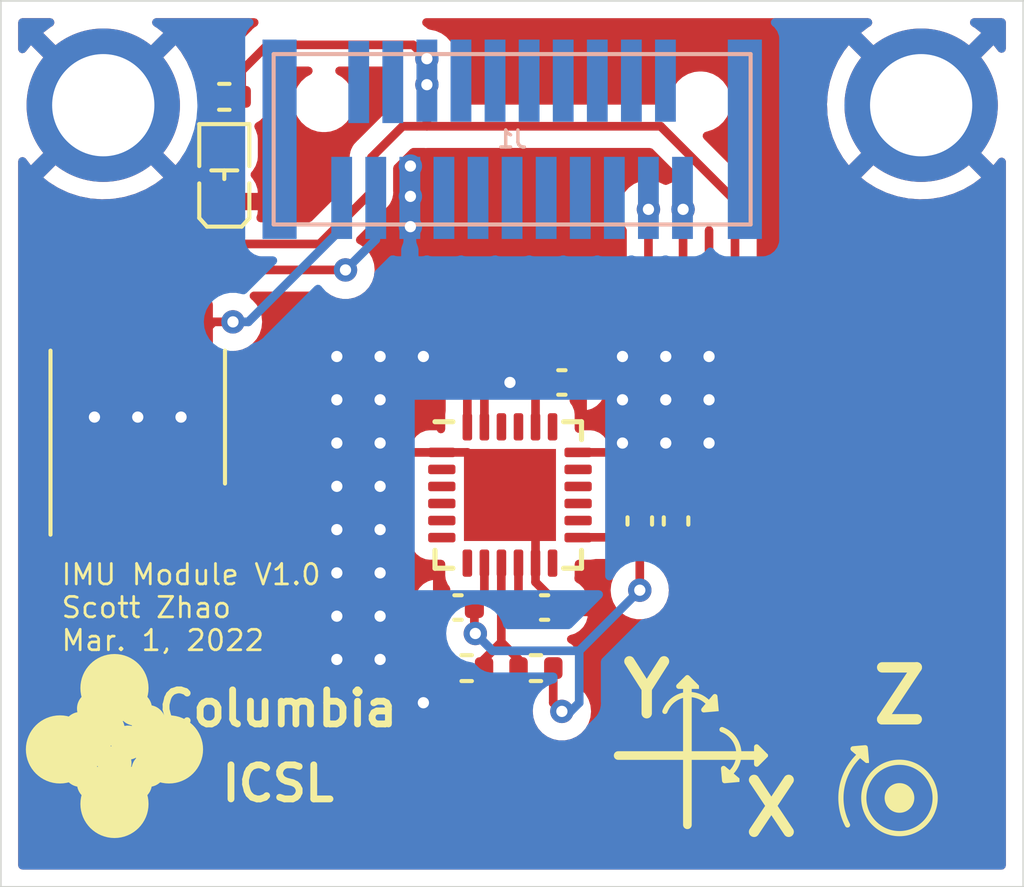
<source format=kicad_pcb>
(kicad_pcb (version 20211014) (generator pcbnew)
  (layers (0 "F.Cu" signal "Front") (1 "In1.Cu" signal) (2 "In2.Cu" signal) (31 "B.Cu" signal "Back") (34 "B.Paste" user) (35 "F.Paste" user) (36 "B.SilkS" user "B.Silkscreen") (37 "F.SilkS" user "F.Silkscreen") (38 "B.Mask" user) (39 "F.Mask" user) (44 "Edge.Cuts" user))
  (net 0 "")
  (net 1 "GND")
  (net 2 "Net-(D1-Pad2)")
  (net 3 "/3V3")
  (net 4 "/SDA_EEPROM")
  (net 5 "/~{RST}")
  (net 6 "/MISO")
  (net 7 "/MOSI")
  (net 8 "/SDA")
  (net 9 "/SCL")
  (net 10 "/SCL_EEPROM")
  (net 11 "/5V")
  (net 13 "/TXD")
  (net 14 "/Status")
  (net 15 "/A0")
  (net 17 "/RXD")
  (net 18 "Net-(C4-Pad1)")
  (net 20 "Net-(C5-Pad1)")
  (net 24 "/A1")
  (net 27 "Net-(R1-Pad2)")
  (net 28 "/SCK")
  (net 29 "/CS")
  (footprint "ICSL:M1502-B-2545-AL-TOP" (layer "F.Cu") (at 98.048 66.986)
    (fp_text reference "H1" hide)
    (fp_text value "GND" hide)
    (pad "1" thru_hole circle locked (at -3.048 -2.986) (size 4.5 4.5) (drill 3) (layers *.Cu *.Mask) (net 1 "GND"))
  )
  (footprint "ICSL:M1502-B-2545-AL-TOP" (layer "F.Cu") (at 119 64)
    (fp_text reference "H2" hide)
    (fp_text value "GND" hide)
    (pad "1" thru_hole circle locked (at 0 0) (size 4.5 4.5) (drill 3) (layers *.Cu *.Mask) (net 1 "GND"))
  )
  (footprint "Capacitor_SMD:C_0402_1005Metric" (layer "F.Cu") (at 108.458 72.136)
    (fp_text reference "C5" hide)
    (fp_text value "C_0402_2.2nF_50V")
    (fp_line (start -0.107836 0.36) (end 0.107836 0.36) (layer "F.SilkS") (width 0.12))
    (fp_line (start -0.107836 -0.36) (end 0.107836 -0.36) (layer "F.SilkS") (width 0.12))
    (pad "1" smd roundrect locked (at -0.48 0) (size 0.56 0.62) (layers "F.Cu" "F.Paste" "F.Mask") (net 20 "Net-(C5-Pad1)"))
    (pad "2" smd roundrect locked (at 0.48 0) (size 0.56 0.62) (layers "F.Cu" "F.Paste" "F.Mask") (net 1 "GND"))
  )
  (footprint "Capacitor_SMD:C_0402_1005Metric" (layer "F.Cu") (at 105.41 78.74 180)
    (fp_text reference "C1" hide)
    (fp_text value "C_0402_10nF_50V")
    (fp_line (start -0.107836 0.36) (end 0.107836 0.36) (layer "F.SilkS") (width 0.12))
    (fp_line (start -0.107836 -0.36) (end 0.107836 -0.36) (layer "F.SilkS") (width 0.12))
    (pad "1" smd roundrect locked (at -0.48 0 180) (size 0.56 0.62) (layers "F.Cu" "F.Paste" "F.Mask") (net 3 "/3V3"))
    (pad "2" smd roundrect locked (at 0.48 0 180) (size 0.56 0.62) (layers "F.Cu" "F.Paste" "F.Mask") (net 1 "GND"))
  )
  (footprint "Resistor_SMD:R_0402_1005Metric" (layer "F.Cu") (at 98.552 63.754 180)
    (fp_text reference "R3" hide)
    (fp_text value "R_0402_10K")
    (fp_line (start -0.153641 -0.38) (end 0.153641 -0.38) (layer "F.SilkS") (width 0.12))
    (fp_line (start -0.153641 0.38) (end 0.153641 0.38) (layer "F.SilkS") (width 0.12))
    (pad "1" smd roundrect locked (at -0.51 0 180) (size 0.54 0.64) (layers "F.Cu" "F.Paste" "F.Mask") (net 3 "/3V3"))
    (pad "2" smd roundrect locked (at 0.51 0 180) (size 0.54 0.64) (layers "F.Cu" "F.Paste" "F.Mask") (net 2 "Net-(D1-Pad2)"))
  )
  (footprint "Capacitor_SMD:C_0402_1005Metric" (layer "F.Cu") (at 111.808 76.2 90)
    (fp_text reference "C2" hide)
    (fp_text value "C_0402_1uF_25V")
    (fp_line (start -0.107836 -0.36) (end 0.107836 -0.36) (layer "F.SilkS") (width 0.12))
    (fp_line (start -0.107836 0.36) (end 0.107836 0.36) (layer "F.SilkS") (width 0.12))
    (pad "1" smd roundrect locked (at -0.48 0 90) (size 0.56 0.62) (layers "F.Cu" "F.Paste" "F.Mask") (net 3 "/3V3"))
    (pad "2" smd roundrect locked (at 0.48 0 90) (size 0.56 0.62) (layers "F.Cu" "F.Paste" "F.Mask") (net 1 "GND"))
  )
  (footprint "jlcsmt:InvenSense_QFN-24_4x4mm_P0.5mm" (layer "F.Cu") (at 106.934 75.438 -90)
    (fp_text reference "U1" hide)
    (fp_text value "IMU_MPU-6050" hide)
    (fp_line (start -2.15 -2.1) (end -1.625 -2.1) (layer "F.SilkS") (width 0.15))
    (fp_line (start 2.15 2.2) (end 2.15 1.675) (layer "F.SilkS") (width 0.15))
    (fp_line (start 2.15 -2.1) (end 1.625 -2.1) (layer "F.SilkS") (width 0.15))
    (fp_line (start -2.15 -2.1) (end -2.15 -1.575) (layer "F.SilkS") (width 0.15))
    (fp_line (start 2.15 2.2) (end 1.625 2.2) (layer "F.SilkS") (width 0.15))
    (fp_line (start 2.15 -2.1) (end 2.15 -1.575) (layer "F.SilkS") (width 0.15))
    (fp_line (start -2.15 2.2) (end -2.15 1.675) (layer "F.SilkS") (width 0.15))
    (pad "1" smd roundrect (at -1.25 2 270) (size 0.28 0.8) (layers "F.Cu" "F.Paste" "F.Mask") (net 1 "GND"))
    (pad "2" smd roundrect (at -0.75 2 270) (size 0.28 0.8) (layers "F.Cu" "F.Paste" "F.Mask"))
    (pad "3" smd roundrect (at -0.25 2 270) (size 0.28 0.8) (layers "F.Cu" "F.Paste" "F.Mask"))
    (pad "4" smd roundrect (at 0.25 2 270) (size 0.28 0.8) (layers "F.Cu" "F.Paste" "F.Mask"))
    (pad "5" smd roundrect (at 0.75 2 270) (size 0.28 0.8) (layers "F.Cu" "F.Paste" "F.Mask"))
    (pad "6" smd roundrect (at 1.25 2 270) (size 0.28 0.8) (layers "F.Cu" "F.Paste" "F.Mask"))
    (pad "7" smd roundrect (at 2 1.25) (size 0.28 0.8) (layers "F.Cu" "F.Paste" "F.Mask"))
    (pad "8" smd roundrect (at 2 0.75) (size 0.28 0.8) (layers "F.Cu" "F.Paste" "F.Mask") (net 3 "/3V3"))
    (pad "9" smd roundrect (at 2 0.25) (size 0.28 0.8) (layers "F.Cu" "F.Paste" "F.Mask") (net 27 "Net-(R1-Pad2)"))
    (pad "10" smd roundrect (at 2 -0.25) (size 0.28 0.8) (layers "F.Cu" "F.Paste" "F.Mask") (net 18 "Net-(C4-Pad1)"))
    (pad "11" smd roundrect (at 2 -0.75) (size 0.28 0.8) (layers "F.Cu" "F.Paste" "F.Mask") (net 1 "GND"))
    (pad "12" smd roundrect (at 2 -1.25) (size 0.28 0.8) (layers "F.Cu" "F.Paste" "F.Mask"))
    (pad "13" smd roundrect (at 1.25 -2 270) (size 0.28 0.8) (layers "F.Cu" "F.Paste" "F.Mask") (net 3 "/3V3"))
    (pad "14" smd roundrect (at 0.75 -2 270) (size 0.28 0.8) (layers "F.Cu" "F.Paste" "F.Mask"))
    (pad "15" smd roundrect (at 0.25 -2 270) (size 0.28 0.8) (layers "F.Cu" "F.Paste" "F.Mask"))
    (pad "16" smd roundrect (at -0.25 -2 270) (size 0.28 0.8) (layers "F.Cu" "F.Paste" "F.Mask"))
    (pad "17" smd roundrect (at -0.75 -2 270) (size 0.28 0.8) (layers "F.Cu" "F.Paste" "F.Mask"))
    (pad "18" smd roundrect (at -1.25 -2 270) (size 0.28 0.8) (layers "F.Cu" "F.Paste" "F.Mask") (net 1 "GND"))
    (pad "19" smd roundrect (at -2 -1.25) (size 0.28 0.8) (layers "F.Cu" "F.Paste" "F.Mask"))
    (pad "20" smd roundrect (at -2 -0.75 180) (size 0.28 0.8) (layers "F.Cu" "F.Paste" "F.Mask") (net 20 "Net-(C5-Pad1)"))
    (pad "21" smd roundrect (at -2 -0.25) (size 0.28 0.8) (layers "F.Cu" "F.Paste" "F.Mask"))
    (pad "22" smd roundrect (at -2 0.25) (size 0.28 0.8) (layers "F.Cu" "F.Paste" "F.Mask"))
    (pad "23" smd roundrect (at -2 0.75) (size 0.28 0.8) (layers "F.Cu" "F.Paste" "F.Mask") (net 9 "/SCL"))
    (pad "24" smd roundrect (at -2 1.25) (size 0.28 0.8) (layers "F.Cu" "F.Paste" "F.Mask") (net 8 "/SDA"))
    (pad "25" smd rect (at 0 0 270) (size 2.7 2.7) (layers "F.Cu" "F.Paste" "F.Mask") (net 1 "GND"))
  )
  (footprint "jlcsmt:SOIC-8_3.9x4.9mm_P1.27mm" (layer "F.Cu") (at 96.012 73.152)
    (fp_text reference "U3" hide)
    (fp_text value "EEPROM_M24C02-WMN6TP")
    (fp_line (start -2.56 0) (end -2.56 3.45) (layer "F.SilkS") (width 0.12))
    (fp_line (start 2.56 0) (end 2.56 -1.95) (layer "F.SilkS") (width 0.12))
    (fp_line (start -2.56 0) (end -2.56 -1.95) (layer "F.SilkS") (width 0.12))
    (fp_line (start 2.56 0) (end 2.56 1.95) (layer "F.SilkS") (width 0.12))
    (pad "1" smd roundrect (at -1.905 2.475 90) (size 1.95 0.6) (layers "F.Cu" "F.Paste" "F.Mask"))
    (pad "2" smd roundrect (at -0.635 2.475 90) (size 1.95 0.6) (layers "F.Cu" "F.Paste" "F.Mask"))
    (pad "3" smd roundrect (at 0.635 2.475 90) (size 1.95 0.6) (layers "F.Cu" "F.Paste" "F.Mask"))
    (pad "4" smd roundrect (at 1.905 2.475 90) (size 1.95 0.6) (layers "F.Cu" "F.Paste" "F.Mask") (net 1 "GND"))
    (pad "5" smd roundrect (at 1.905 -2.475 90) (size 1.95 0.6) (layers "F.Cu" "F.Paste" "F.Mask") (net 4 "/SDA_EEPROM"))
    (pad "6" smd roundrect (at 0.635 -2.475 90) (size 1.95 0.6) (layers "F.Cu" "F.Paste" "F.Mask") (net 10 "/SCL_EEPROM"))
    (pad "7" smd roundrect (at -0.635 -2.475 90) (size 1.95 0.6) (layers "F.Cu" "F.Paste" "F.Mask"))
    (pad "8" smd roundrect (at -1.905 -2.475 90) (size 1.95 0.6) (layers "F.Cu" "F.Paste" "F.Mask") (net 3 "/3V3"))
  )
  (footprint "ICSL:icsl_logo" (layer "F.Cu") (at 97.529001 82.704)
    (fp_text reference "U2" hide)
    (fp_text value "ICSL_LOGO" hide)
    (fp_text user "ICSL" (at 2.6 1.2) (layer "F.SilkS") (effects (font (thickness 0.2))))
    (fp_text user "Columbia" (at 2.6 -1) (layer "F.SilkS") (effects (font (thickness 0.2))))
    (fp_circle (center -1.6 1.2) (end -1.6 1.2) (layer "F.SilkS") (width 0.5) (fill none))
    (fp_circle (center -2.8 1.2) (end -2.8 1.2) (layer "F.SilkS") (width 0.5) (fill none))
    (fp_circle (center -3.2 0.8) (end -3.2 0.8) (layer "F.SilkS") (width 0.5) (fill none))
    (fp_circle (center -1.2 0.8) (end -1.2 0.8) (layer "F.SilkS") (width 0.5) (fill none))
    (fp_circle (center -2.4 -0.4) (end -2.4 -0.4) (layer "F.SilkS") (width 0.5) (fill none))
    (fp_circle (center -1.6 -1) (end -1.6 -1) (layer "F.SilkS") (width 0.5) (fill none))
    (fp_circle (center -3.2 -0.4) (end -3.2 -0.4) (layer "F.SilkS") (width 0.5) (fill none))
    (fp_circle (center -3.8 0.2) (end -3.8 0.2) (layer "F.SilkS") (width 1) (fill none))
    (fp_circle (center -1.2 -0.6) (end -1.2 -0.6) (layer "F.SilkS") (width 0.5) (fill none))
    (fp_circle (center -0.6 0.2) (end -0.6 0.2) (layer "F.SilkS") (width 1) (fill none))
    (fp_circle (center -2.8 -1) (end -2.8 -1) (layer "F.SilkS") (width 0.5) (fill none))
    (fp_circle (center -2.2 0.6) (end -2.2 0.6) (layer "F.SilkS") (width 0.5) (fill none))
    (fp_circle (center -2.8 0.2) (end -2.8 0.2) (layer "F.SilkS") (width 0.5) (fill none))
    (fp_circle (center -2.2 1.8) (end -2.2 1.8) (layer "F.SilkS") (width 1) (fill none))
    (fp_circle (center -1.8 0) (end -1.8 0) (layer "F.SilkS") (width 0.5) (fill none))
    (fp_circle (center -2.2 -1.6) (end -2.2 -1.6) (layer "F.SilkS") (width 1) (fill none))
  )
  (footprint "jlcsmt:LED_0603_1608Metric" (layer "F.Cu") (at 98.552 66.04 90)
    (fp_text reference "D1" hide)
    (fp_text value "LED_0603_Red" hide)
    (fp_line (start -1.27 0.735) (end -1.524 0.508) (layer "F.SilkS") (width 0.12))
    (fp_line (start 0.127 0) (end -0.127 0) (layer "F.SilkS") (width 0.12))
    (fp_line (start 0.127 -0.381) (end 0.127 0.381) (layer "F.SilkS") (width 0.12))
    (fp_line (start 0.254 0.735) (end 1.485 0.735) (layer "F.SilkS") (width 0.12))
    (fp_line (start -0.254 -0.735) (end -1.27 -0.735) (layer "F.SilkS") (width 0.12))
    (fp_line (start 1.485 -0.735) (end 0.254 -0.735) (layer "F.SilkS") (width 0.12))
    (fp_line (start -1.524 -0.508) (end -1.27 -0.735) (layer "F.SilkS") (width 0.12))
    (fp_line (start -1.524 0.508) (end -1.524 -0.508) (layer "F.SilkS") (width 0.12))
    (fp_line (start -1.27 0.735) (end -0.254 0.735) (layer "F.SilkS") (width 0.12))
    (fp_line (start 1.485 0.735) (end 1.485 -0.735) (layer "F.SilkS") (width 0.12))
    (pad "1" smd roundrect (at -0.7875 0 270) (size 0.875 0.95) (layers "F.Cu" "F.Paste" "F.Mask") (net 1 "GND"))
    (pad "2" smd roundrect (at 0.7875 0 270) (size 0.875 0.95) (layers "F.Cu" "F.Paste" "F.Mask") (net 2 "Net-(D1-Pad2)"))
  )
  (footprint "Capacitor_SMD:C_0402_1005Metric" (layer "F.Cu") (at 107.95 78.74)
    (fp_text reference "C4" hide)
    (fp_text value "C_0402_0.1uF_16V")
    (fp_line (start -0.107836 -0.36) (end 0.107836 -0.36) (layer "F.SilkS") (width 0.12))
    (fp_line (start -0.107836 0.36) (end 0.107836 0.36) (layer "F.SilkS") (width 0.12))
    (pad "1" smd roundrect locked (at -0.48 0) (size 0.56 0.62) (layers "F.Cu" "F.Paste" "F.Mask") (net 18 "Net-(C4-Pad1)"))
    (pad "2" smd roundrect locked (at 0.48 0) (size 0.56 0.62) (layers "F.Cu" "F.Paste" "F.Mask") (net 1 "GND"))
  )
  (footprint "Capacitor_SMD:C_0402_1005Metric" (layer "F.Cu") (at 110.744 76.2 90)
    (fp_text reference "C3" hide)
    (fp_text value "C_0402_0.1uF_16V")
    (fp_line (start -0.107836 0.36) (end 0.107836 0.36) (layer "F.SilkS") (width 0.12))
    (fp_line (start -0.107836 -0.36) (end 0.107836 -0.36) (layer "F.SilkS") (width 0.12))
    (pad "1" smd roundrect locked (at -0.48 0 90) (size 0.56 0.62) (layers "F.Cu" "F.Paste" "F.Mask") (net 3 "/3V3"))
    (pad "2" smd roundrect locked (at 0.48 0 90) (size 0.56 0.62) (layers "F.Cu" "F.Paste" "F.Mask") (net 1 "GND"))
  )
  (footprint "Resistor_SMD:R_0402_1005Metric" (layer "F.Cu") (at 105.664 80.518 180)
    (fp_text reference "R2" hide)
    (fp_text value "R_0402_10K")
    (fp_line (start -0.153641 0.38) (end 0.153641 0.38) (layer "F.SilkS") (width 0.12))
    (fp_line (start -0.153641 -0.38) (end 0.153641 -0.38) (layer "F.SilkS") (width 0.12))
    (pad "1" smd roundrect locked (at -0.51 0 180) (size 0.54 0.64) (layers "F.Cu" "F.Paste" "F.Mask") (net 27 "Net-(R1-Pad2)"))
    (pad "2" smd roundrect locked (at 0.51 0 180) (size 0.54 0.64) (layers "F.Cu" "F.Paste" "F.Mask") (net 1 "GND"))
  )
  (footprint "Resistor_SMD:R_0402_1005Metric" (layer "F.Cu") (at 107.696 80.518 180)
    (fp_text reference "R1" hide)
    (fp_text value "R_0402_DNP")
    (fp_line (start -0.153641 -0.38) (end 0.153641 -0.38) (layer "F.SilkS") (width 0.12))
    (fp_line (start -0.153641 0.38) (end 0.153641 0.38) (layer "F.SilkS") (width 0.12))
    (pad "1" smd roundrect locked (at -0.51 0 180) (size 0.54 0.64) (layers "F.Cu" "F.Paste" "F.Mask") (net 3 "/3V3"))
    (pad "2" smd roundrect locked (at 0.51 0 180) (size 0.54 0.64) (layers "F.Cu" "F.Paste" "F.Mask") (net 27 "Net-(R1-Pad2)"))
  )
  (footprint "ICSL:Amphenol_91911-31321LF_PLUG" (layer "B.Cu") (at 107 65 180)
    (fp_text reference "J1" (at 0 0) (layer "B.SilkS") (effects (font (size 0.5 0.5) (thickness 0.1)) (justify mirror)))
    (fp_text value "Amphenol_91911-31321_plug" hide)
    (fp_line (start 7 -2.5) (end 7 2.5) (layer "B.SilkS") (width 0.12))
    (fp_line (start -6.9965 2.5) (end -6.9965 -2.5) (layer "B.SilkS") (width 0.12))
    (fp_line (start -6.9965 -2.5) (end 7 -2.5) (layer "B.SilkS") (width 0.12))
    (fp_line (start 7 2.5) (end -6.9965 2.5) (layer "B.SilkS") (width 0.12))
    (pad "" np_thru_hole circle locked (at 5.5245 1.1 180) (size 0.76 0.76) (drill 0.76) (layers *.Cu *.Mask))
    (pad "" np_thru_hole circle locked (at -5.5245 1.1 180) (size 0.76 0.76) (drill 0.76) (layers *.Cu *.Mask))
    (pad "" smd rect locked (at 6.8265 0 180) (size 1 5.85) (layers "B.Cu" "B.Paste" "B.Mask"))
    (pad "" smd rect locked (at -6.8265 0 180) (size 1 5.85) (layers "B.Cu" "B.Paste" "B.Mask"))
    (pad "1" smd rect locked (at 5.0035 -1.72 180) (size 0.61 2.41) (layers "B.Cu" "B.Paste" "B.Mask") (net 4 "/SDA_EEPROM"))
    (pad "2" smd rect locked (at 4.0035 -1.72 180) (size 0.61 2.41) (layers "B.Cu" "B.Paste" "B.Mask") (net 10 "/SCL_EEPROM"))
    (pad "3" smd rect locked (at 3.0035 -1.72 180) (size 0.61 2.41) (layers "B.Cu" "B.Paste" "B.Mask") (net 1 "GND"))
    (pad "4" smd rect locked (at 2.0035 -1.72 180) (size 0.61 2.41) (layers "B.Cu" "B.Paste" "B.Mask"))
    (pad "5" smd rect locked (at 1.0035 -1.72 180) (size 0.61 2.41) (layers "B.Cu" "B.Paste" "B.Mask") (net 5 "/~{RST}"))
    (pad "6" smd rect locked (at 0.0035 -1.72 180) (size 0.61 2.41) (layers "B.Cu" "B.Paste" "B.Mask") (net 28 "/SCK"))
    (pad "7" smd rect locked (at -0.9965 -1.72 180) (size 0.61 2.41) (layers "B.Cu" "B.Paste" "B.Mask") (net 6 "/MISO"))
    (pad "8" smd rect locked (at -1.9965 -1.72 180) (size 0.61 2.41) (layers "B.Cu" "B.Paste" "B.Mask") (net 7 "/MOSI"))
    (pad "9" smd rect locked (at -2.9965 -1.72 180) (size 0.61 2.41) (layers "B.Cu" "B.Paste" "B.Mask") (net 29 "/CS"))
    (pad "10" smd rect locked (at -3.9965 -1.72 180) (size 0.61 2.41) (layers "B.Cu" "B.Paste" "B.Mask") (net 8 "/SDA"))
    (pad "11" smd rect locked (at -4.9965 -1.72 180) (size 0.61 2.41) (layers "B.Cu" "B.Paste" "B.Mask") (net 9 "/SCL"))
    (pad "12" smd rect locked (at -4.4965 1.72 180) (size 0.61 2.41) (layers "B.Cu" "B.Paste" "B.Mask"))
    (pad "13" smd rect locked (at -3.4965 1.72 180) (size 0.61 2.41) (layers "B.Cu" "B.Paste" "B.Mask") (net 17 "/RXD"))
    (pad "14" smd rect locked (at -2.4965 1.72 180) (size 0.61 2.41) (layers "B.Cu" "B.Paste" "B.Mask") (net 13 "/TXD"))
    (pad "15" smd rect locked (at -1.4965 1.72 180) (size 0.61 2.41) (layers "B.Cu" "B.Paste" "B.Mask") (net 14 "/Status"))
    (pad "16" smd rect locked (at -0.4965 1.72 180) (size 0.61 2.41) (layers "B.Cu" "B.Paste" "B.Mask") (net 15 "/A0"))
    (pad "17" smd rect locked (at 0.5035 1.72 180) (size 0.61 2.41) (layers "B.Cu" "B.Paste" "B.Mask") (net 24 "/A1"))
    (pad "18" smd rect locked (at 1.5035 1.72 180) (size 0.61 2.41) (layers "B.Cu" "B.Paste" "B.Mask"))
    (pad "19" smd rect locked (at 2.5035 1.72 180) (size 0.61 2.41) (layers "B.Cu" "B.Paste" "B.Mask") (net 3 "/3V3"))
    (pad "20" smd rect locked (at 3.5035 1.68 180) (size 0.61 2.41) (layers "B.Cu" "B.Paste" "B.Mask"))
    (pad "21" smd rect locked (at 4.5035 1.68 180) (size 0.61 2.41) (layers "B.Cu" "B.Paste" "B.Mask") (net 11 "/5V"))
  )
  (gr_line (start 110.109 83.0834) (end 114.173 83.0834) (layer "F.SilkS") (width 0.254))
  (gr_poly (pts (xy 114.427 83.0834) (xy 114.173 83.3374) (xy 114.173 82.8294)) (layer "F.SilkS") (width 0.1524) (fill solid))
  (gr_arc (start 111.4806 81.788) (mid 112.04502 81.308098) (end 112.7506 81.534) (layer "F.SilkS") (width 0.1524))
  (gr_line (start 112.141 85.1154) (end 112.141 81.0514) (layer "F.SilkS") (width 0.254))
  (gr_arc (start 113.157 82.3214) (mid 113.636902 82.885819) (end 113.411 83.5914) (layer "F.SilkS") (width 0.1524))
  (gr_circle (center 118.364 84.328) (end 118.72321 84.328) (layer "F.SilkS") (width 0.1524) (fill solid))
  (gr_arc (start 116.840001 85.121268) (mid 116.680829 83.983354) (end 117.274438 82.999579) (layer "F.SilkS") (width 0.1524))
  (gr_poly (pts (xy 113.2332 83.82) (xy 113.201893 83.462157) (xy 113.591043 83.788693)) (layer "F.SilkS") (width 0.1524) (fill solid))
  (gr_poly (pts (xy 112.9792 81.7118) (xy 112.621357 81.743107) (xy 112.947893 81.353957)) (layer "F.SilkS") (width 0.1524) (fill solid))
  (gr_poly (pts (xy 112.141 80.7974) (xy 112.395 81.0514) (xy 111.887 81.0514)) (layer "F.SilkS") (width 0.1524) (fill solid))
  (gr_poly (pts (xy 117.359549 82.854751) (xy 117.390856 83.212594) (xy 117.001706 82.886058)) (layer "F.SilkS") (width 0.1524) (fill solid))
  (gr_circle (center 118.364 84.328) (end 119.38 84.582) (layer "F.SilkS") (width 0.1524) (fill none))
  (gr_line (start 121.995 60.938) (end 91.995 60.938) (layer "Edge.Cuts") (width 0.05))
  (gr_line (start 91.995 60.938) (end 91.995 86.938) (layer "Edge.Cuts") (width 0.05))
  (gr_line (start 91.995 86.938) (end 121.995 86.938) (layer "Edge.Cuts") (width 0.05))
  (gr_line (start 121.995 86.938) (end 121.995 60.938) (layer "Edge.Cuts") (width 0.05))
  (gr_text "IMU Module V1.0\nScott Zhao\nMar. 1, 2022" (at 93.726 78.74) (layer "F.SilkS") (effects (font (size 0.6 0.6) (thickness 0.08)) (justify left)))
  (gr_text "Z" (at 118.364 81.3308) (layer "F.SilkS") (effects (font (size 1.524 1.524) (thickness 0.3048))))
  (gr_text "Y" (at 110.9472 81.153) (layer "F.SilkS") (effects (font (size 1.524 1.524) (thickness 0.3048))))
  (gr_text "X" (at 114.6048 84.6328) (layer "F.SilkS") (effects (font (size 1.524 1.524) (thickness 0.3048))))
  (segment (start 107.684 76.188) (end 106.934 75.438) (width 0.254) (layer "F.Cu") (net 1))
  (segment (start 105.684 74.188) (end 106.934 75.438) (width 0.254) (layer "F.Cu") (net 1))
  (segment (start 104.934 74.188) (end 105.684 74.188) (width 0.254) (layer "F.Cu") (net 1))
  (segment (start 107.684 77.438) (end 107.684 76.188) (width 0.254) (layer "F.Cu") (net 1))
  (segment (start 108.43 78.74) (end 107.684 77.994) (width 0.254) (layer "F.Cu") (net 1))
  (segment (start 104.934 74.188) (end 103.652 74.188) (width 0.254) (layer "F.Cu") (net 1))
  (segment (start 108.934 74.188) (end 109.962 74.188) (width 0.254) (layer "F.Cu") (net 1))
  (segment (start 109.962 74.188) (end 110.236 73.914) (width 0.254) (layer "F.Cu") (net 1))
  (segment (start 107.684 77.994) (end 107.684 77.438) (width 0.254) (layer "F.Cu") (net 1))
  (via (at 103.124 72.644) (size 0.6858) (drill 0.3302) (layers "F.Cu" "B.Cu") (net 1))
  (via (at 103.124 71.374) (size 0.6858) (drill 0.3302) (layers "F.Cu" "B.Cu") (net 1))
  (via (at 96.012 73.152) (size 0.6858) (drill 0.3302) (layers "F.Cu" "B.Cu") (net 1))
  (via (at 101.854 71.374) (size 0.6858) (drill 0.3302) (layers "F.Cu" "B.Cu") (net 1))
  (via (at 112.776 71.374) (size 0.6858) (drill 0.3302) (layers "F.Cu" "B.Cu") (net 1))
  (via (at 103.124 80.264) (size 0.6858) (drill 0.3302) (layers "F.Cu" "B.Cu") (net 1))
  (via (at 101.854 78.994) (size 0.6858) (drill 0.3302) (layers "F.Cu" "B.Cu") (net 1))
  (via (at 112.776 72.644) (size 0.6858) (drill 0.3302) (layers "F.Cu" "B.Cu") (net 1))
  (via (at 111.506 73.914) (size 0.6858) (drill 0.3302) (layers "F.Cu" "B.Cu") (net 1))
  (via (at 111.506 71.374) (size 0.6858) (drill 0.3302) (layers "F.Cu" "B.Cu") (net 1))
  (via (at 103.124 77.724) (size 0.6858) (drill 0.3302) (layers "F.Cu" "B.Cu") (net 1))
  (via (at 104.394 81.534) (size 0.6858) (drill 0.3302) (layers "F.Cu" "B.Cu") (net 1))
  (via (at 101.854 73.914) (size 0.6858) (drill 0.3302) (layers "F.Cu" "B.Cu") (net 1))
  (via (at 110.236 73.914) (size 0.6858) (drill 0.3302) (layers "F.Cu" "B.Cu") (net 1))
  (via (at 112.776 73.914) (size 0.6858) (drill 0.3302) (layers "F.Cu" "B.Cu") (net 1))
  (via (at 103.124 73.914) (size 0.6858) (drill 0.3302) (layers "F.Cu" "B.Cu") (net 1))
  (via (at 103.124 78.994) (size 0.6858) (drill 0.3302) (layers "F.Cu" "B.Cu") (net 1))
  (via (at 101.854 77.724) (size 0.6858) (drill 0.3302) (layers "F.Cu" "B.Cu") (net 1))
  (via (at 101.854 75.184) (size 0.6858) (drill 0.3302) (layers "F.Cu" "B.Cu") (net 1))
  (via (at 104.013 66.675) (size 0.6858) (drill 0.3302) (layers "F.Cu" "B.Cu") (net 1))
  (via (at 101.854 80.264) (size 0.6858) (drill 0.3302) (layers "F.Cu" "B.Cu") (net 1))
  (via (at 103.124 75.184) (size 0.6858) (drill 0.3302) (layers "F.Cu" "B.Cu") (net 1))
  (via (at 101.854 76.454) (size 0.6858) (drill 0.3302) (layers "F.Cu" "B.Cu") (net 1))
  (via (at 104.013 67.564) (size 0.6858) (drill 0.3302) (layers "F.Cu" "B.Cu") (net 1))
  (via (at 97.282 73.152) (size 0.6858) (drill 0.3302) (layers "F.Cu" "B.Cu") (net 1))
  (via (at 110.236 72.644) (size 0.6858) (drill 0.3302) (layers "F.Cu" "B.Cu") (net 1))
  (via (at 94.742 73.152) (size 0.6858) (drill 0.3302) (layers "F.Cu" "B.Cu") (net 1))
  (via (at 104.394 71.374) (size 0.6858) (drill 0.3302) (layers "F.Cu" "B.Cu") (net 1))
  (via (at 101.854 72.644) (size 0.6858) (drill 0.3302) (layers "F.Cu" "B.Cu") (net 1))
  (via (at 103.124 76.454) (size 0.6858) (drill 0.3302) (layers "F.Cu" "B.Cu") (net 1))
  (via (at 106.934 72.136) (size 0.6858) (drill 0.3302) (layers "F.Cu" "B.Cu") (net 1))
  (via (at 111.506 72.644) (size 0.6858) (drill 0.3302) (layers "F.Cu" "B.Cu") (net 1))
  (via (at 110.236 71.374) (size 0.6858) (drill 0.3302) (layers "F.Cu" "B.Cu") (net 1))
  (via (at 104.013 65.786) (size 0.6858) (drill 0.3302) (layers "F.Cu" "B.Cu") (net 1))
  (segment (start 98.042 64.514) (end 98.042 63.754) (width 0.254) (layer "F.Cu") (net 2))
  (segment (start 98.552 65.024) (end 98.042 64.514) (width 0.254) (layer "F.Cu") (net 2))
  (segment (start 98.552 65.2525) (end 98.552 65.024) (width 0.254) (layer "F.Cu") (net 2))
  (segment (start 103.7835 64.6185) (end 104.4965 64.6185) (width 0.254) (layer "F.Cu") (net 3))
  (segment (start 106.184 78.446) (end 106.184 77.438) (width 0.254) (layer "F.Cu") (net 3))
  (segment (start 108.942 76.68) (end 108.934 76.688) (width 0.254) (layer "F.Cu") (net 3))
  (segment (start 104.4965 62.6355) (end 104.091 62.23) (width 0.254) (layer "F.Cu") (net 3))
  (segment (start 104.4965 64.1595) (end 104.4965 64.6185) (width 0.254) (layer "F.Cu") (net 3))
  (segment (start 101.346 68.072) (end 102.87 66.548) (width 0.254) (layer "F.Cu") (net 3))
  (segment (start 108.204 81.534) (end 108.204 80.52) (width 0.254) (layer "F.Cu") (net 3))
  (segment (start 108.204 80.52) (end 108.206 80.518) (width 0.254) (layer "F.Cu") (net 3))
  (segment (start 102.87 66.548) (end 102.87 65.532) (width 0.254) (layer "F.Cu") (net 3))
  (segment (start 99.822 62.23) (end 99.062 62.99) (width 0.254) (layer "F.Cu") (net 3))
  (segment (start 111.3545 64.6185) (end 113.538 66.802) (width 0.254) (layer "F.Cu") (net 3))
  (segment (start 108.458 81.788) (end 108.204 81.534) (width 0.254) (layer "F.Cu") (net 3))
  (segment (start 112.804 76.68) (end 111.808 76.68) (width 0.254) (layer "F.Cu") (net 3))
  (segment (start 113.538 75.946) (end 112.804 76.68) (width 0.254) (layer "F.Cu") (net 3))
  (segment (start 104.4965 63.3975) (end 104.4965 62.6355) (width 0.254) (layer "F.Cu") (net 3))
  (segment (start 105.89 78.74) (end 105.89 79.474) (width 0.254) (layer "F.Cu") (net 3))
  (segment (start 105.89 79.474) (end 105.918 79.502) (width 0.254) (layer "F.Cu") (net 3))
  (segment (start 110.744 76.68) (end 108.942 76.68) (width 0.254) (layer "F.Cu") (net 3))
  (segment (start 99.062 62.99) (end 99.062 63.754) (width 0.254) (layer "F.Cu") (net 3))
  (segment (start 104.4965 64.1595) (end 104.4965 63.3975) (width 0.254) (layer "F.Cu") (net 3))
  (segment (start 94.107 70.677) (end 94.107 70.401337) (width 0.254) (layer "F.Cu") (net 3))
  (segment (start 111.808 76.68) (end 110.744 76.68) (width 0.254) (layer "F.Cu") (net 3))
  (segment (start 113.538 66.802) (end 113.538 75.946) (width 0.254) (layer "F.Cu") (net 3))
  (segment (start 104.091 62.23) (end 99.822 62.23) (width 0.254) (layer "F.Cu") (net 3))
  (segment (start 102.87 65.532) (end 103.7835 64.6185) (width 0.254) (layer "F.Cu") (net 3))
  (segment (start 110.744 76.68) (end 110.744 78.232) (width 0.254) (layer "F.Cu") (net 3))
  (segment (start 96.436337 68.072) (end 101.346 68.072) (width 0.254) (layer "F.Cu") (net 3))
  (segment (start 104.4965 64.6185) (end 111.3545 64.6185) (width 0.254) (layer "F.Cu") (net 3))
  (segment (start 105.89 78.74) (end 106.184 78.446) (width 0.254) (layer "F.Cu") (net 3))
  (segment (start 94.107 70.401337) (end 96.436337 68.072) (width 0.254) (layer "F.Cu") (net 3))
  (via (at 105.918 79.502) (size 0.6858) (drill 0.3302) (layers "F.Cu" "B.Cu") (net 3))
  (via (at 104.4965 63.3975) (size 0.6858) (drill 0.3302) (layers "F.Cu" "B.Cu") (net 3))
  (via (at 110.744 78.232) (size 0.6858) (drill 0.3302) (layers "F.Cu" "B.Cu") (net 3))
  (via (at 108.458 81.788) (size 0.6858) (drill 0.3302) (layers "F.Cu" "B.Cu") (net 3))
  (via (at 104.4965 62.6355) (size 0.6858) (drill 0.3302) (layers "F.Cu" "B.Cu") (net 3))
  (segment (start 108.712 81.788) (end 108.458 81.788) (width 0.254) (layer "B.Cu") (net 3))
  (segment (start 106.426 80.01) (end 108.966 80.01) (width 0.254) (layer "B.Cu") (net 3))
  (segment (start 108.966 81.534) (end 108.712 81.788) (width 0.254) (layer "B.Cu") (net 3))
  (segment (start 105.918 79.502) (end 106.426 80.01) (width 0.254) (layer "B.Cu") (net 3))
  (segment (start 108.966 80.01) (end 108.966 81.534) (width 0.254) (layer "B.Cu") (net 3))
  (segment (start 108.966 80.01) (end 110.744 78.232) (width 0.254) (layer "B.Cu") (net 3))
  (segment (start 98.806 70.358) (end 98.236 70.358) (width 0.254) (layer "F.Cu") (net 4))
  (segment (start 98.236 70.358) (end 97.917 70.677) (width 0.254) (layer "F.Cu") (net 4))
  (via (at 98.806 70.358) (size 0.6858) (drill 0.3302) (layers "F.Cu" "B.Cu") (net 4))
  (segment (start 101.9965 66.72) (end 101.9965 67.62) (width 0.254) (layer "B.Cu") (net 4))
  (segment (start 101.9965 67.62) (end 99.2585 70.358) (width 0.254) (layer "B.Cu") (net 4))
  (segment (start 99.2585 70.358) (end 98.806 70.358) (width 0.254) (layer "B.Cu") (net 4))
  (segment (start 110.998 68.834) (end 110.998 67.056) (width 0.254) (layer "F.Cu") (net 8))
  (segment (start 105.684 73.438) (end 105.684 70.338) (width 0.254) (layer "F.Cu") (net 8))
  (segment (start 106.68 69.342) (end 110.49 69.342) (width 0.254) (layer "F.Cu") (net 8))
  (segment (start 110.49 69.342) (end 110.998 68.834) (width 0.254) (layer "F.Cu") (net 8))
  (segment (start 105.684 70.338) (end 106.68 69.342) (width 0.254) (layer "F.Cu") (net 8))
  (via (at 110.998 67.056) (size 0.6858) (drill 0.3302) (layers "F.Cu" "B.Cu") (net 8))
  (segment (start 106.184 71.108) (end 106.934 70.358) (width 0.254) (layer "F.Cu") (net 9))
  (segment (start 106.184 73.438) (end 106.184 71.108) (width 0.254) (layer "F.Cu") (net 9))
  (segment (start 112.014 69.596) (end 112.014 67.056) (width 0.254) (layer "F.Cu") (net 9))
  (segment (start 106.934 70.358) (end 111.252 70.358) (width 0.254) (layer "F.Cu") (net 9))
  (segment (start 111.252 70.358) (end 112.014 69.596) (width 0.254) (layer "F.Cu") (net 9))
  (via (at 112.014 67.056) (size 0.6858) (drill 0.3302) (layers "F.Cu" "B.Cu") (net 9))
  (segment (start 97.282 68.834) (end 96.647 69.469) (width 0.254) (layer "F.Cu") (net 10))
  (segment (start 102.108 68.834) (end 97.282 68.834) (width 0.254) (layer "F.Cu") (net 10))
  (segment (start 96.647 69.469) (end 96.647 70.677) (width 0.254) (layer "F.Cu") (net 10))
  (via (at 102.108 68.834) (size 0.6858) (drill 0.3302) (layers "F.Cu" "B.Cu") (net 10))
  (segment (start 102.9965 67.9455) (end 102.108 68.834) (width 0.254) (layer "B.Cu") (net 10))
  (segment (start 102.9965 66.72) (end 102.9965 67.9455) (width 0.254) (layer "B.Cu") (net 10))
  (segment (start 107.184 78.454) (end 107.47 78.74) (width 0.254) (layer "F.Cu") (net 18))
  (segment (start 107.184 77.438) (end 107.184 78.454) (width 0.254) (layer "F.Cu") (net 18))
  (segment (start 107.684 73.438) (end 107.684 72.43) (width 0.254) (layer "F.Cu") (net 20))
  (segment (start 107.684 72.43) (end 107.978 72.136) (width 0.254) (layer "F.Cu") (net 20))
  (segment (start 106.174 80.518) (end 106.174 80.262) (width 0.254) (layer "F.Cu") (net 27))
  (segment (start 106.174 80.262) (end 106.68 79.756) (width 0.254) (layer "F.Cu") (net 27))
  (segment (start 106.68 77.442) (end 106.684 77.438) (width 0.254) (layer "F.Cu") (net 27))
  (segment (start 107.186 80.262) (end 106.68 79.756) (width 0.254) (layer "F.Cu") (net 27))
  (segment (start 106.68 79.756) (end 106.68 77.442) (width 0.254) (layer "F.Cu") (net 27))
  (segment (start 107.186 80.518) (end 107.186 80.262) (width 0.254) (layer "F.Cu") (net 27))
  (zone (net 1) (net_name "GND") (layer "F.Cu") (priority 1) (connect_pads (clearance 0.508)) (min_thickness 0.254) (fill yes (thermal_gap 0.508) (thermal_bridge_width 0.508))
    (polygon (pts (xy 121.495 86.438) (xy 92.495 86.438) (xy 92.495 61.438) (xy 121.495 61.438)))
  )
  (zone (net 1) (net_name "GND") (layer "B.Cu") (priority 1) (connect_pads (clearance 0.508)) (min_thickness 0.254) (fill yes (thermal_gap 0.508) (thermal_bridge_width 0.508))
    (polygon (pts (xy 121.495 86.438) (xy 92.495 86.438) (xy 92.495 61.438) (xy 121.495 61.438)))
  )
  (zone (net 0) (net_name "") (layers "In1.Cu" "In2.Cu" "B.Cu") (connect_pads (clearance 0)) (min_thickness 0.254)
    (keepout (tracks not_allowed) (vias not_allowed) (pads not_allowed) (copperpour not_allowed) (footprints allowed))
    (fill (thermal_gap 0.508) (thermal_bridge_width 0.508))
    (polygon (pts (xy 109.728 78.232) (xy 104.14 78.232) (xy 104.14 72.644) (xy 109.728 72.644)))
  )
)
</source>
